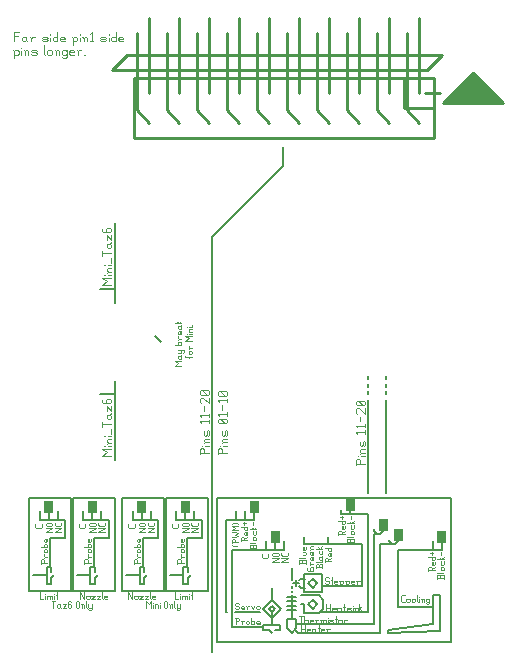
<source format=gbr>
G04 start of page 10 for group -4079 idx -4079 *
G04 Title: (unknown), topsilk *
G04 Creator: pcb 4.2.0 *
G04 CreationDate: Mon Sep 28 04:23:24 2020 UTC *
G04 For: commonadmin *
G04 Format: Gerber/RS-274X *
G04 PCB-Dimensions (mil): 2000.00 2300.00 *
G04 PCB-Coordinate-Origin: lower left *
%MOIN*%
%FSLAX25Y25*%
%LNTOPSILK*%
%ADD52C,0.0021*%
%ADD51C,0.0022*%
%ADD50C,0.0038*%
%ADD49C,0.0030*%
%ADD48C,0.0027*%
%ADD47C,0.0022*%
%ADD46C,0.0026*%
%ADD45C,0.0021*%
%ADD44C,0.0060*%
%ADD43C,0.0100*%
%ADD42C,0.0001*%
G54D42*G36*
X110500Y50000D02*Y54000D01*
X113500D01*
Y50000D01*
X110500D01*
G37*
G36*
X103500Y60000D02*Y64000D01*
X106500D01*
Y60000D01*
X103500D01*
G37*
G36*
X49500D02*Y64000D01*
X52500D01*
Y60000D01*
X49500D01*
G37*
G36*
X66000D02*Y64000D01*
X69000D01*
Y60000D01*
X66000D01*
G37*
G36*
X80500D02*Y64000D01*
X83500D01*
Y60000D01*
X80500D01*
G37*
G36*
X166000Y50000D02*Y54000D01*
X169000D01*
Y50000D01*
X166000D01*
G37*
G36*
X151500Y50500D02*Y54500D01*
X154500D01*
Y50500D01*
X151500D01*
G37*
G36*
X146500Y54000D02*Y58000D01*
X149500D01*
Y54000D01*
X146500D01*
G37*
G36*
X135500Y60500D02*Y64500D01*
X138500D01*
Y60500D01*
X135500D01*
G37*
G36*
X35000Y60000D02*Y64000D01*
X38000D01*
Y60000D01*
X35000D01*
G37*
G36*
X168000Y196500D02*X178000Y206500D01*
X188000Y196500D01*
X168000D01*
G37*
G54D43*X130000Y190000D02*X125750Y194250D01*
Y220000D01*
X120000Y200000D02*Y225000D01*
X115750Y194250D02*Y220000D01*
X110000Y200000D02*Y225000D01*
X120000Y190000D02*X115750Y194250D01*
X110000Y190000D02*X105750Y194250D01*
X100000Y190000D02*X95750Y194250D01*
G54D44*X114500Y182000D02*Y175500D01*
X91000Y152000D01*
G54D43*X145750Y194250D02*Y220000D01*
X140000Y200000D02*Y225000D01*
X135750Y194250D02*Y220000D01*
X130000Y200000D02*Y225000D01*
X160000Y200000D02*Y225000D01*
X155750Y194250D02*Y220000D01*
X150000Y200000D02*Y225000D01*
X167500Y212500D02*X162500Y207500D01*
X167000Y200000D02*X162000D01*
G54D44*X143000Y99500D02*Y100500D01*
X149000Y99500D02*Y100500D01*
Y102000D02*Y103000D01*
Y104500D02*Y105500D01*
X143000Y102000D02*Y103000D01*
Y66500D02*Y97500D01*
X149000Y66500D02*Y97500D01*
X143000Y104500D02*Y105500D01*
G54D43*X90000Y190000D02*X85750Y194250D01*
X80000Y190000D02*X75750Y194250D01*
G54D44*X91000Y152000D02*Y13500D01*
G54D43*X90000Y200000D02*Y225000D01*
X85750Y194250D02*Y220000D01*
X80000Y200000D02*Y225000D01*
X75750Y194250D02*Y220000D01*
X70000Y200000D02*Y225000D01*
Y190000D02*X65750Y194250D01*
Y220000D01*
X62500Y212500D02*X57500Y207500D01*
G54D44*X72000Y119000D02*X74000Y117000D01*
X53500Y134500D02*X58500D01*
Y99500D02*X53500D01*
X58500Y77500D02*Y104000D01*
Y156500D02*Y130000D01*
G54D43*X105750Y194250D02*Y220000D01*
X100000Y200000D02*Y225000D01*
X95750Y194250D02*Y220000D01*
X57500Y207500D02*X162500D01*
X167500Y212500D02*X62500D01*
X160000Y190000D02*X155750Y194250D01*
X150000Y190000D02*X145750Y194250D01*
X140000Y190000D02*X135750Y194250D01*
X168000Y196500D02*X178000Y206500D01*
X188000Y196500D01*
X168000D01*
G54D45*X69000Y30470D02*Y28350D01*
Y30470D02*X69795Y29410D01*
X70590Y30470D01*
Y28350D01*
G54D46*X71226Y29940D02*Y29887D01*
G54D45*Y29145D02*Y28350D01*
X72021Y29145D02*Y28350D01*
Y29145D02*X72286Y29410D01*
X72551D01*
X72816Y29145D01*
Y28350D01*
X71756Y29410D02*X72021Y29145D01*
G54D46*X73452Y29940D02*Y29887D01*
G54D45*Y29145D02*Y28350D01*
X74936Y30205D02*Y28615D01*
Y30205D02*X75201Y30470D01*
X75731D01*
X75996Y30205D01*
Y28615D01*
X75731Y28350D02*X75996Y28615D01*
X75201Y28350D02*X75731D01*
X74936Y28615D02*X75201Y28350D01*
X76897Y29145D02*Y28350D01*
Y29145D02*X77162Y29410D01*
X77427D01*
X77692Y29145D01*
Y28350D01*
X76632Y29410D02*X76897Y29145D01*
X78328Y30470D02*Y28615D01*
X78593Y28350D01*
X79123Y29410D02*Y28615D01*
X79388Y28350D01*
X80183Y29410D02*Y27820D01*
X79918Y27555D02*X80183Y27820D01*
X79388Y27555D02*X79918D01*
X79123Y27820D02*X79388Y27555D01*
Y28350D02*X79918D01*
X80183Y28615D01*
G54D47*X78500Y33460D02*Y31300D01*
X79580D01*
G54D48*X80228Y32920D02*Y32866D01*
G54D47*Y32110D02*Y31300D01*
X81038Y32110D02*Y31300D01*
Y32110D02*X81308Y32380D01*
X81578D01*
X81848Y32110D01*
Y31300D01*
Y32110D02*X82118Y32380D01*
X82388D01*
X82658Y32110D01*
Y31300D01*
X80768Y32380D02*X81038Y32110D01*
G54D48*X83306Y32920D02*Y32866D01*
G54D47*Y32110D02*Y31300D01*
X84116Y33460D02*Y31570D01*
X84386Y31300D01*
X83846Y32650D02*X84386D01*
X63000Y33460D02*Y31300D01*
Y33460D02*X64350Y31300D01*
Y33460D02*Y31300D01*
X64998Y32110D02*Y31570D01*
Y32110D02*X65268Y32380D01*
X65808D01*
X66078Y32110D01*
Y31570D01*
X65808Y31300D02*X66078Y31570D01*
X65268Y31300D02*X65808D01*
X64998Y31570D02*X65268Y31300D01*
X66726Y32380D02*X67806D01*
X66726Y31300D02*X67806Y32380D01*
X66726Y31300D02*X67806D01*
X68454Y32380D02*X69534D01*
X68454Y31300D02*X69534Y32380D01*
X68454Y31300D02*X69534D01*
X70182Y33460D02*Y31570D01*
X70452Y31300D01*
X71262D02*X72072D01*
X70992Y31570D02*X71262Y31300D01*
X70992Y32110D02*Y31570D01*
Y32110D02*X71262Y32380D01*
X71802D01*
X72072Y32110D01*
X70992Y31840D02*X72072D01*
Y32110D02*Y31840D01*
G54D45*X37500Y30470D02*X38560D01*
X38030D02*Y28350D01*
X39991Y29410D02*X40256Y29145D01*
X39461Y29410D02*X39991D01*
X39196Y29145D02*X39461Y29410D01*
X39196Y29145D02*Y28615D01*
X39461Y28350D01*
X40256Y29410D02*Y28615D01*
X40521Y28350D01*
X39461D02*X39991D01*
X40256Y28615D01*
X41157Y29410D02*X42217D01*
X41157Y28350D02*X42217Y29410D01*
X41157Y28350D02*X42217D01*
X43648Y30470D02*X43913Y30205D01*
X43118Y30470D02*X43648D01*
X42853Y30205D02*X43118Y30470D01*
X42853Y30205D02*Y28615D01*
X43118Y28350D01*
X43648Y29516D02*X43913Y29251D01*
X42853Y29516D02*X43648D01*
X43118Y28350D02*X43648D01*
X43913Y28615D01*
Y29251D02*Y28615D01*
X45503Y30205D02*Y28615D01*
Y30205D02*X45768Y30470D01*
X46298D01*
X46563Y30205D01*
Y28615D01*
X46298Y28350D02*X46563Y28615D01*
X45768Y28350D02*X46298D01*
X45503Y28615D02*X45768Y28350D01*
X47464Y29145D02*Y28350D01*
Y29145D02*X47729Y29410D01*
X47994D01*
X48259Y29145D01*
Y28350D01*
X47199Y29410D02*X47464Y29145D01*
X48895Y30470D02*Y28615D01*
X49160Y28350D01*
X49690Y29410D02*Y28615D01*
X49955Y28350D01*
X50750Y29410D02*Y27820D01*
X50485Y27555D02*X50750Y27820D01*
X49955Y27555D02*X50485D01*
X49690Y27820D02*X49955Y27555D01*
Y28350D02*X50485D01*
X50750Y28615D01*
G54D47*X33500Y33460D02*Y31300D01*
X34580D01*
G54D48*X35228Y32920D02*Y32866D01*
G54D47*Y32110D02*Y31300D01*
X36038Y32110D02*Y31300D01*
Y32110D02*X36308Y32380D01*
X36578D01*
X36848Y32110D01*
Y31300D01*
Y32110D02*X37118Y32380D01*
X37388D01*
X37658Y32110D01*
Y31300D01*
X35768Y32380D02*X36038Y32110D01*
G54D48*X38306Y32920D02*Y32866D01*
G54D47*Y32110D02*Y31300D01*
X39116Y33460D02*Y31570D01*
X39386Y31300D01*
X38846Y32650D02*X39386D01*
X47000Y33460D02*Y31300D01*
Y33460D02*X48350Y31300D01*
Y33460D02*Y31300D01*
X48998Y32110D02*Y31570D01*
Y32110D02*X49268Y32380D01*
X49808D01*
X50078Y32110D01*
Y31570D01*
X49808Y31300D02*X50078Y31570D01*
X49268Y31300D02*X49808D01*
X48998Y31570D02*X49268Y31300D01*
X50726Y32380D02*X51806D01*
X50726Y31300D02*X51806Y32380D01*
X50726Y31300D02*X51806D01*
X52454Y32380D02*X53534D01*
X52454Y31300D02*X53534Y32380D01*
X52454Y31300D02*X53534D01*
X54182Y33460D02*Y31570D01*
X54452Y31300D01*
X55262D02*X56072D01*
X54992Y31570D02*X55262Y31300D01*
X54992Y32110D02*Y31570D01*
Y32110D02*X55262Y32380D01*
X55802D01*
X56072Y32110D01*
X54992Y31840D02*X56072D01*
Y32110D02*Y31840D01*
G54D49*X24885Y213805D02*Y211495D01*
X24500Y214190D02*X24885Y213805D01*
X25270Y214190D01*
X26040D01*
X26425Y213805D01*
Y213035D01*
X26040Y212650D02*X26425Y213035D01*
X25270Y212650D02*X26040D01*
X24885Y213035D02*X25270Y212650D01*
G54D50*X27349Y214960D02*Y214883D01*
G54D49*Y213805D02*Y212650D01*
X28504Y213805D02*Y212650D01*
Y213805D02*X28889Y214190D01*
X29274D01*
X29659Y213805D01*
Y212650D01*
X28119Y214190D02*X28504Y213805D01*
X30968Y212650D02*X32123D01*
X32508Y213035D01*
X32123Y213420D02*X32508Y213035D01*
X30968Y213420D02*X32123D01*
X30583Y213805D02*X30968Y213420D01*
X30583Y213805D02*X30968Y214190D01*
X32123D01*
X32508Y213805D01*
X30583Y213035D02*X30968Y212650D01*
X34818Y215730D02*Y213035D01*
X35203Y212650D01*
X35973Y213805D02*Y213035D01*
Y213805D02*X36358Y214190D01*
X37128D01*
X37513Y213805D01*
Y213035D01*
X37128Y212650D02*X37513Y213035D01*
X36358Y212650D02*X37128D01*
X35973Y213035D02*X36358Y212650D01*
X38822Y213805D02*Y212650D01*
Y213805D02*X39207Y214190D01*
X39592D01*
X39977Y213805D01*
Y212650D01*
X38437Y214190D02*X38822Y213805D01*
X42056Y214190D02*X42441Y213805D01*
X41286Y214190D02*X42056D01*
X40901Y213805D02*X41286Y214190D01*
X40901Y213805D02*Y213035D01*
X41286Y212650D01*
X42056D01*
X42441Y213035D01*
X40901Y211880D02*X41286Y211495D01*
X42056D01*
X42441Y211880D01*
Y214190D02*Y211880D01*
X43750Y212650D02*X44905D01*
X43365Y213035D02*X43750Y212650D01*
X43365Y213805D02*Y213035D01*
Y213805D02*X43750Y214190D01*
X44520D01*
X44905Y213805D01*
X43365Y213420D02*X44905D01*
Y213805D02*Y213420D01*
X46214Y213805D02*Y212650D01*
Y213805D02*X46599Y214190D01*
X47369D01*
X45829D02*X46214Y213805D01*
X48293Y212650D02*X48678D01*
X25000Y220230D02*Y217150D01*
Y220230D02*X26540D01*
X25000Y218844D02*X26155D01*
X28619Y218690D02*X29004Y218305D01*
X27849Y218690D02*X28619D01*
X27464Y218305D02*X27849Y218690D01*
X27464Y218305D02*Y217535D01*
X27849Y217150D01*
X29004Y218690D02*Y217535D01*
X29389Y217150D01*
X27849D02*X28619D01*
X29004Y217535D01*
X30698Y218305D02*Y217150D01*
Y218305D02*X31083Y218690D01*
X31853D01*
X30313D02*X30698Y218305D01*
X34548Y217150D02*X35703D01*
X36088Y217535D01*
X35703Y217920D02*X36088Y217535D01*
X34548Y217920D02*X35703D01*
X34163Y218305D02*X34548Y217920D01*
X34163Y218305D02*X34548Y218690D01*
X35703D01*
X36088Y218305D01*
X34163Y217535D02*X34548Y217150D01*
G54D50*X37012Y219460D02*Y219383D01*
G54D49*Y218305D02*Y217150D01*
X39322Y220230D02*Y217150D01*
X38937D02*X39322Y217535D01*
X38167Y217150D02*X38937D01*
X37782Y217535D02*X38167Y217150D01*
X37782Y218305D02*Y217535D01*
Y218305D02*X38167Y218690D01*
X38937D01*
X39322Y218305D01*
X40631Y217150D02*X41786D01*
X40246Y217535D02*X40631Y217150D01*
X40246Y218305D02*Y217535D01*
Y218305D02*X40631Y218690D01*
X41401D01*
X41786Y218305D01*
X40246Y217920D02*X41786D01*
Y218305D02*Y217920D01*
X44481Y218305D02*Y215995D01*
X44096Y218690D02*X44481Y218305D01*
X44866Y218690D01*
X45636D01*
X46021Y218305D01*
Y217535D01*
X45636Y217150D02*X46021Y217535D01*
X44866Y217150D02*X45636D01*
X44481Y217535D02*X44866Y217150D01*
G54D50*X46945Y219460D02*Y219383D01*
G54D49*Y218305D02*Y217150D01*
X48100Y218305D02*Y217150D01*
Y218305D02*X48485Y218690D01*
X48870D01*
X49255Y218305D01*
Y217150D01*
X47715Y218690D02*X48100Y218305D01*
X50179Y219614D02*X50795Y220230D01*
Y217150D01*
X50179D02*X51334D01*
X54029D02*X55184D01*
X55569Y217535D01*
X55184Y217920D02*X55569Y217535D01*
X54029Y217920D02*X55184D01*
X53644Y218305D02*X54029Y217920D01*
X53644Y218305D02*X54029Y218690D01*
X55184D01*
X55569Y218305D01*
X53644Y217535D02*X54029Y217150D01*
G54D50*X56493Y219460D02*Y219383D01*
G54D49*Y218305D02*Y217150D01*
X58803Y220230D02*Y217150D01*
X58418D02*X58803Y217535D01*
X57648Y217150D02*X58418D01*
X57263Y217535D02*X57648Y217150D01*
X57263Y218305D02*Y217535D01*
Y218305D02*X57648Y218690D01*
X58418D01*
X58803Y218305D01*
X60112Y217150D02*X61267D01*
X59727Y217535D02*X60112Y217150D01*
X59727Y218305D02*Y217535D01*
Y218305D02*X60112Y218690D01*
X60882D01*
X61267Y218305D01*
X59727Y217920D02*X61267D01*
Y218305D02*Y217920D01*
X54270Y136000D02*X57350D01*
X54270D02*X55810Y137155D01*
X54270Y138310D01*
X57350D01*
G54D50*X55040Y139234D02*X55117D01*
G54D49*X56195D02*X57350D01*
X56195Y140389D02*X57350D01*
X56195D02*X55810Y140774D01*
Y141159D02*Y140774D01*
Y141159D02*X56195Y141544D01*
X57350D01*
X55810Y140004D02*X56195Y140389D01*
G54D50*X55040Y142468D02*X55117D01*
G54D49*X56195D02*X57350D01*
Y144778D02*Y143238D01*
X54270Y147242D02*Y145702D01*
Y146472D02*X57350D01*
X55810Y149321D02*X56195Y149706D01*
X55810Y149321D02*Y148551D01*
X56195Y148166D02*X55810Y148551D01*
X56195Y148166D02*X56965D01*
X57350Y148551D01*
X55810Y149706D02*X56965D01*
X57350Y150091D01*
Y149321D02*Y148551D01*
Y149321D02*X56965Y149706D01*
X55810Y152555D02*Y151015D01*
X57350D02*X55810Y152555D01*
X57350D02*Y151015D01*
X54270Y154634D02*X54655Y155019D01*
X54270Y154634D02*Y153864D01*
X54655Y153479D02*X54270Y153864D01*
X54655Y153479D02*X56965D01*
X57350Y153864D01*
X55656Y154634D02*X56041Y155019D01*
X55656Y154634D02*Y153479D01*
X57350Y154634D02*Y153864D01*
Y154634D02*X56965Y155019D01*
X56041D02*X56965D01*
X54270Y79000D02*X57350D01*
X54270D02*X55810Y80155D01*
X54270Y81310D01*
X57350D01*
G54D50*X55040Y82234D02*X55117D01*
G54D49*X56195D02*X57350D01*
X56195Y83389D02*X57350D01*
X56195D02*X55810Y83774D01*
Y84159D02*Y83774D01*
Y84159D02*X56195Y84544D01*
X57350D01*
X55810Y83004D02*X56195Y83389D01*
G54D50*X55040Y85468D02*X55117D01*
G54D49*X56195D02*X57350D01*
Y87778D02*Y86238D01*
X54270Y90242D02*Y88702D01*
Y89472D02*X57350D01*
X55810Y92321D02*X56195Y92706D01*
X55810Y92321D02*Y91551D01*
X56195Y91166D02*X55810Y91551D01*
X56195Y91166D02*X56965D01*
X57350Y91551D01*
X55810Y92706D02*X56965D01*
X57350Y93091D01*
Y92321D02*Y91551D01*
Y92321D02*X56965Y92706D01*
X55810Y95555D02*Y94015D01*
X57350D02*X55810Y95555D01*
X57350D02*Y94015D01*
X54270Y97634D02*X54655Y98019D01*
X54270Y97634D02*Y96864D01*
X54655Y96479D02*X54270Y96864D01*
X54655Y96479D02*X56965D01*
X57350Y96864D01*
X55656Y97634D02*X56041Y98019D01*
X55656Y97634D02*Y96479D01*
X57350Y97634D02*Y96864D01*
Y97634D02*X56965Y98019D01*
X56041D02*X56965D01*
X138770Y76385D02*X141850D01*
X138770Y77540D02*Y76000D01*
Y77540D02*X139155Y77925D01*
X139925D01*
X140310Y77540D02*X139925Y77925D01*
X140310Y77540D02*Y76385D01*
G54D50*X139540Y78849D02*X139617D01*
G54D49*X140695D02*X141850D01*
X140695Y80004D02*X141850D01*
X140695D02*X140310Y80389D01*
Y80774D02*Y80389D01*
Y80774D02*X140695Y81159D01*
X141850D01*
X140310Y79619D02*X140695Y80004D01*
X141850Y83623D02*Y82468D01*
Y83623D02*X141465Y84008D01*
X141080Y83623D02*X141465Y84008D01*
X141080Y83623D02*Y82468D01*
X140695Y82083D02*X141080Y82468D01*
X140695Y82083D02*X140310Y82468D01*
Y83623D02*Y82468D01*
Y83623D02*X140695Y84008D01*
X141465Y82083D02*X141850Y82468D01*
X139386Y86318D02*X138770Y86934D01*
X141850D01*
Y87473D02*Y86318D01*
X139386Y88397D02*X138770Y89013D01*
X141850D01*
Y89552D02*Y88397D01*
X140310Y92016D02*Y90476D01*
X139155Y92940D02*X138770Y93325D01*
Y94480D02*Y93325D01*
Y94480D02*X139155Y94865D01*
X139925D01*
X141850Y92940D02*X139925Y94865D01*
X141850D02*Y92940D01*
X141465Y95789D02*X141850Y96174D01*
X139155Y95789D02*X141465D01*
X139155D02*X138770Y96174D01*
Y96944D02*Y96174D01*
Y96944D02*X139155Y97329D01*
X141465D01*
X141850Y96944D02*X141465Y97329D01*
X141850Y96944D02*Y96174D01*
X141080Y95789D02*X139540Y97329D01*
X92770Y79885D02*X95850D01*
X92770Y81040D02*Y79500D01*
Y81040D02*X93155Y81425D01*
X93925D01*
X94310Y81040D02*X93925Y81425D01*
X94310Y81040D02*Y79885D01*
G54D50*X93540Y82349D02*X93617D01*
G54D49*X94695D02*X95850D01*
X94695Y83504D02*X95850D01*
X94695D02*X94310Y83889D01*
Y84274D02*Y83889D01*
Y84274D02*X94695Y84659D01*
X95850D01*
X94310Y83119D02*X94695Y83504D01*
X95850Y87123D02*Y85968D01*
Y87123D02*X95465Y87508D01*
X95080Y87123D02*X95465Y87508D01*
X95080Y87123D02*Y85968D01*
X94695Y85583D02*X95080Y85968D01*
X94695Y85583D02*X94310Y85968D01*
Y87123D02*Y85968D01*
Y87123D02*X94695Y87508D01*
X95465Y85583D02*X95850Y85968D01*
X95465Y89818D02*X95850Y90203D01*
X93155Y89818D02*X95465D01*
X93155D02*X92770Y90203D01*
Y90973D02*Y90203D01*
Y90973D02*X93155Y91358D01*
X95465D01*
X95850Y90973D02*X95465Y91358D01*
X95850Y90973D02*Y90203D01*
X95080Y89818D02*X93540Y91358D01*
X93386Y92282D02*X92770Y92898D01*
X95850D01*
Y93437D02*Y92282D01*
X94310Y95901D02*Y94361D01*
X93386Y96825D02*X92770Y97441D01*
X95850D01*
Y97980D02*Y96825D01*
X95465Y98904D02*X95850Y99289D01*
X93155Y98904D02*X95465D01*
X93155D02*X92770Y99289D01*
Y100059D02*Y99289D01*
Y100059D02*X93155Y100444D01*
X95465D01*
X95850Y100059D02*X95465Y100444D01*
X95850Y100059D02*Y99289D01*
X95080Y98904D02*X93540Y100444D01*
G54D47*X78540Y109000D02*X80700D01*
X78540D02*X79620Y109810D01*
X78540Y110620D01*
X80700D01*
X79620Y112078D02*X79890Y112348D01*
X79620Y112078D02*Y111538D01*
X79890Y111268D02*X79620Y111538D01*
X79890Y111268D02*X80430D01*
X80700Y111538D01*
X79620Y112348D02*X80430D01*
X80700Y112618D01*
Y112078D02*Y111538D01*
Y112078D02*X80430Y112348D01*
X79620Y113266D02*X80430D01*
X80700Y113536D01*
X79620Y114346D02*X81240D01*
X81510Y114076D02*X81240Y114346D01*
X81510Y114076D02*Y113536D01*
X81240Y113266D02*X81510Y113536D01*
X80700Y114076D02*Y113536D01*
Y114076D02*X80430Y114346D01*
X78540Y115966D02*X80700D01*
X80430D02*X80700Y116236D01*
Y116776D02*Y116236D01*
Y116776D02*X80430Y117046D01*
X79890D02*X80430D01*
X79620Y116776D02*X79890Y117046D01*
X79620Y116776D02*Y116236D01*
X79890Y115966D02*X79620Y116236D01*
X79890Y117964D02*X80700D01*
X79890D02*X79620Y118234D01*
Y118774D02*Y118234D01*
Y117694D02*X79890Y117964D01*
X80700Y120502D02*Y119692D01*
X80430Y119422D02*X80700Y119692D01*
X79890Y119422D02*X80430D01*
X79890D02*X79620Y119692D01*
Y120232D02*Y119692D01*
Y120232D02*X79890Y120502D01*
X80160D02*Y119422D01*
X79890Y120502D02*X80160D01*
X79620Y121960D02*X79890Y122230D01*
X79620Y121960D02*Y121420D01*
X79890Y121150D02*X79620Y121420D01*
X79890Y121150D02*X80430D01*
X80700Y121420D01*
X79620Y122230D02*X80430D01*
X80700Y122500D01*
Y121960D02*Y121420D01*
Y121960D02*X80430Y122230D01*
X78540Y123148D02*X80700D01*
X79890D02*X80700Y123958D01*
X79890Y123148D02*X79350Y123688D01*
X82310Y111770D02*X84200D01*
X82310D02*X82040Y112040D01*
Y112310D02*Y112040D01*
X83120D02*Y111500D01*
X83390Y112850D02*X83930D01*
X83390D02*X83120Y113120D01*
Y113660D02*Y113120D01*
Y113660D02*X83390Y113930D01*
X83930D01*
X84200Y113660D02*X83930Y113930D01*
X84200Y113660D02*Y113120D01*
X83930Y112850D02*X84200Y113120D01*
X83390Y114848D02*X84200D01*
X83390D02*X83120Y115118D01*
Y115658D02*Y115118D01*
Y114578D02*X83390Y114848D01*
X82040Y117278D02*X84200D01*
X82040D02*X83120Y118088D01*
X82040Y118898D01*
X84200D01*
G54D48*X82580Y119546D02*X82634D01*
G54D47*X83390D02*X84200D01*
X83390Y120356D02*X84200D01*
X83390D02*X83120Y120626D01*
Y120896D02*Y120626D01*
Y120896D02*X83390Y121166D01*
X84200D01*
X83120Y120086D02*X83390Y120356D01*
G54D48*X82580Y121814D02*X82634D01*
G54D47*X83390D02*X84200D01*
Y122624D02*Y122354D01*
G54D49*X86770Y79885D02*X89850D01*
X86770Y81040D02*Y79500D01*
Y81040D02*X87155Y81425D01*
X87925D01*
X88310Y81040D02*X87925Y81425D01*
X88310Y81040D02*Y79885D01*
G54D50*X87540Y82349D02*X87617D01*
G54D49*X88695D02*X89850D01*
X88695Y83504D02*X89850D01*
X88695D02*X88310Y83889D01*
Y84274D02*Y83889D01*
Y84274D02*X88695Y84659D01*
X89850D01*
X88310Y83119D02*X88695Y83504D01*
X89850Y87123D02*Y85968D01*
Y87123D02*X89465Y87508D01*
X89080Y87123D02*X89465Y87508D01*
X89080Y87123D02*Y85968D01*
X88695Y85583D02*X89080Y85968D01*
X88695Y85583D02*X88310Y85968D01*
Y87123D02*Y85968D01*
Y87123D02*X88695Y87508D01*
X89465Y85583D02*X89850Y85968D01*
X87386Y89818D02*X86770Y90434D01*
X89850D01*
Y90973D02*Y89818D01*
X87386Y91897D02*X86770Y92513D01*
X89850D01*
Y93052D02*Y91897D01*
X88310Y95516D02*Y93976D01*
X87155Y96440D02*X86770Y96825D01*
Y97980D02*Y96825D01*
Y97980D02*X87155Y98365D01*
X87925D01*
X89850Y96440D02*X87925Y98365D01*
X89850D02*Y96440D01*
X89465Y99289D02*X89850Y99674D01*
X87155Y99289D02*X89465D01*
X87155D02*X86770Y99674D01*
Y100444D02*Y99674D01*
Y100444D02*X87155Y100829D01*
X89465D01*
X89850Y100444D02*X89465Y100829D01*
X89850Y100444D02*Y99674D01*
X89080Y99289D02*X87540Y100829D01*
G54D44*X95500Y57500D02*Y27000D01*
X108000Y28000D02*X111000Y31000D01*
X98500Y27000D02*X107000D01*
X111000Y35000D02*Y31000D01*
X112000Y50500D02*Y47500D01*
X109000Y50500D02*Y47500D01*
X97500D02*Y22000D01*
X92500Y65000D02*Y17000D01*
X97500Y22000D02*X108000D01*
Y22500D02*X113500D01*
X108000D02*Y21000D01*
X112000D02*X113500D01*
X110000D02*X111000Y20000D01*
X108000Y21000D02*X110000D01*
X95500Y27000D02*X96000D01*
X111000D02*X112000Y28000D01*
X111000Y29000D02*X112000Y28000D01*
X110000D02*X111000Y29000D01*
X110000Y28000D02*X111000Y27000D01*
X108000Y28000D02*X111000Y25000D01*
X97500Y47500D02*X112500D01*
X102000Y60500D02*Y57500D01*
X105000Y60500D02*Y57500D01*
X95500D01*
X99000Y60500D02*Y57500D01*
X134000Y61000D02*Y59500D01*
X137000Y61000D02*Y59500D01*
X134000D02*X135500D01*
X137000Y61000D02*Y60500D01*
X134000Y61000D02*Y60500D01*
X135000Y59500D02*X143000D01*
X121500Y49500D02*X141000D01*
X129500Y52000D02*Y49500D01*
X121500Y52000D02*Y49500D01*
X127000Y50000D02*Y49500D01*
X124000Y50000D02*Y49500D01*
X145000Y53000D02*Y23000D01*
X143000Y59500D02*Y27000D01*
X141000Y49500D02*Y35500D01*
X148000Y54500D02*Y54000D01*
X147000Y53000D02*X148000Y54000D01*
X147000Y49500D02*Y47000D01*
Y47500D02*Y20000D01*
Y49500D02*X152000D01*
X153000Y51000D02*Y50500D01*
X152000Y49500D02*X153000Y50500D01*
X149999D02*X151000Y49500D01*
X149999Y51000D02*Y50500D01*
X145000Y53000D02*X147000D01*
X145000Y54000D02*X146000Y53000D01*
X145000Y54500D02*Y54000D01*
X167500Y50500D02*Y47500D01*
X153000D02*X167500D01*
X164500Y50500D02*Y47500D01*
X153000D02*Y28500D01*
X164500D01*
Y32500D02*Y23000D01*
X167000Y32500D02*Y20500D01*
X164500Y32500D02*X167000D01*
X149499Y21000D02*X164500Y23000D01*
X149499Y21000D02*Y20000D01*
X167000Y20500D01*
X127500Y35500D02*X141000D01*
X119500Y20000D02*X147000D01*
X119000Y23000D02*X145000D01*
X127000Y27000D02*X143000D01*
X121500Y26500D02*X126500D01*
X119000Y24500D02*Y21500D01*
X118500Y21000D02*X119500Y20000D01*
X116000Y24500D02*X119000D01*
X116000D02*Y21500D01*
X117500Y20000D02*X119000Y21500D01*
X116000D02*X117500Y20000D01*
Y41500D02*Y37500D01*
Y34000D02*Y33500D01*
Y35500D02*Y35000D01*
X116000Y32000D02*X119000D01*
X120000Y35500D02*X120499Y35000D01*
X122000D01*
X120000Y37500D02*X120499Y38000D01*
X122000D01*
X119000Y37500D02*Y35500D01*
X118000Y36500D02*X120000D01*
X116000Y30500D02*X119000D01*
X116000Y29000D02*X119000D01*
X116000Y27500D02*X119000D01*
X117500Y32500D02*Y24500D01*
X121500Y39500D02*Y33500D01*
X127500D01*
X120499Y32500D02*X126500D01*
X128000Y31000D01*
X120499Y29500D02*X121500D01*
Y26500D01*
Y39500D02*X127500D01*
Y33500D01*
X123000Y36500D02*X124500Y35000D01*
X126000Y36500D01*
X124500Y38000D02*X126000Y36500D01*
X123000D02*X124500Y38000D01*
X126500Y26500D02*X128000Y28000D01*
Y31000D02*Y28000D01*
X124500Y31000D02*X126000Y29500D01*
X123000D02*X124500Y31000D01*
X123000Y29500D02*X124500Y28000D01*
X126000Y29500D01*
X111000Y27000D02*Y22500D01*
X113500D02*Y21000D01*
X92500Y65000D02*X170500D01*
Y17000D01*
X92500D02*X170500D01*
X111000Y25000D02*X114000Y28000D01*
X111000Y31000D02*X114000Y28000D01*
X115000Y50500D02*Y47500D01*
X108500D02*X115000D01*
G54D51*X122200Y44080D02*Y43000D01*
X121930Y44349D02*X122200Y44080D01*
X121282Y44349D02*X121930D01*
X121012Y44080D02*X121282Y44349D01*
X121012Y44080D02*Y43270D01*
X120040D02*X122200D01*
X120040Y44080D02*Y43000D01*
Y44080D02*X120310Y44349D01*
X120742D01*
X121012Y44080D01*
X120040Y44998D02*X121930D01*
X122200Y45268D01*
X121120Y45808D02*X121930D01*
X122200Y46078D01*
Y46618D02*Y46078D01*
X121930Y46888D02*X122200Y46618D01*
X121120Y46888D02*X121930D01*
X122200Y48616D02*Y47806D01*
X121930Y47535D02*X122200Y47806D01*
X121390Y47535D02*X121930D01*
X121120Y47806D02*X121390Y47535D01*
X121120Y48345D02*Y47806D01*
Y48345D02*X121390Y48616D01*
X121659D02*Y47535D01*
X121390Y48616D02*X121659D01*
X114040Y43500D02*X116200D01*
X114040D02*X116200Y44850D01*
X114040D02*X116200D01*
Y46578D02*Y45875D01*
X115822Y45498D02*X116200Y45875D01*
X114418Y45498D02*X115822D01*
X114040Y45875D02*X114418Y45498D01*
X114040Y46578D02*Y45875D01*
G54D52*X109650Y46060D02*Y45370D01*
X109279Y45000D02*X109650Y45370D01*
X107901Y45000D02*X109279D01*
X107530Y45370D02*X107901Y45000D01*
X107530Y46060D02*Y45370D01*
X111030Y43500D02*X113150D01*
X111030D02*X113150Y44825D01*
X111030D02*X113150D01*
X111295Y45461D02*X112885D01*
X111030Y45725D02*X111295Y45461D01*
X111030Y46256D02*Y45725D01*
Y46256D02*X111295Y46521D01*
X112885D01*
X113150Y46256D01*
Y45725D01*
X112885Y45461D02*X113150Y45725D01*
G54D51*X99580Y29960D02*X99850Y29690D01*
X98770Y29960D02*X99580D01*
X98500Y29690D02*X98770Y29960D01*
X98500Y29690D02*Y29150D01*
X98770Y28880D01*
X99580D01*
X99850Y28610D01*
Y28070D01*
X99580Y27800D02*X99850Y28070D01*
X98770Y27800D02*X99580D01*
X98500Y28070D02*X98770Y27800D01*
X100768D02*X101578D01*
X100498Y28070D02*X100768Y27800D01*
X100498Y28610D02*Y28070D01*
Y28610D02*X100768Y28880D01*
X101308D01*
X101578Y28610D01*
X100498Y28339D02*X101578D01*
Y28610D02*Y28339D01*
X102496Y28610D02*Y27800D01*
Y28610D02*X102766Y28880D01*
X103306D01*
X102226D02*X102496Y28610D01*
X103954Y28880D02*X104494Y27800D01*
X105034Y28880D01*
X105682Y28610D02*Y28070D01*
Y28610D02*X105952Y28880D01*
X106492D01*
X106762Y28610D01*
Y28070D01*
X106492Y27800D02*X106762Y28070D01*
X105952Y27800D02*X106492D01*
X105682Y28070D02*X105952Y27800D01*
X129000Y29460D02*Y27300D01*
X130350Y29460D02*Y27300D01*
X129000Y28380D02*X130350D01*
X131268Y27300D02*X132078D01*
X130998Y27570D02*X131268Y27300D01*
X130998Y28109D02*Y27570D01*
Y28109D02*X131268Y28380D01*
X131808D01*
X132078Y28109D01*
X130998Y27840D02*X132078D01*
Y28109D02*Y27840D01*
X133536Y28380D02*X133806Y28109D01*
X132996Y28380D02*X133536D01*
X132726Y28109D02*X132996Y28380D01*
X132726Y28109D02*Y27570D01*
X132996Y27300D01*
X133806Y28380D02*Y27570D01*
X134076Y27300D01*
X132996D02*X133536D01*
X133806Y27570D01*
X134994Y29460D02*Y27570D01*
X135264Y27300D01*
X134724Y28650D02*X135264D01*
X136074Y27300D02*X136884D01*
X137154Y27570D01*
X136884Y27840D02*X137154Y27570D01*
X136074Y27840D02*X136884D01*
X135804Y28109D02*X136074Y27840D01*
X135804Y28109D02*X136074Y28380D01*
X136884D01*
X137154Y28109D01*
X135804Y27570D02*X136074Y27300D01*
G54D48*X137802Y28920D02*Y28866D01*
G54D51*Y28109D02*Y27300D01*
X138612Y28109D02*Y27300D01*
Y28109D02*X138882Y28380D01*
X139152D01*
X139422Y28109D01*
Y27300D01*
X138342Y28380D02*X138612Y28109D01*
X140070Y29460D02*Y27300D01*
Y28109D02*X140880Y27300D01*
X140070Y28109D02*X140610Y28650D01*
X98770Y24960D02*Y22800D01*
X98500Y24960D02*X99580D01*
X99850Y24690D01*
Y24150D01*
X99580Y23880D02*X99850Y24150D01*
X98770Y23880D02*X99580D01*
X100768Y23610D02*Y22800D01*
Y23610D02*X101038Y23880D01*
X101578D01*
X100498D02*X100768Y23610D01*
X102226D02*Y23070D01*
Y23610D02*X102496Y23880D01*
X103036D01*
X103306Y23610D01*
Y23070D01*
X103036Y22800D02*X103306Y23070D01*
X102496Y22800D02*X103036D01*
X102226Y23070D02*X102496Y22800D01*
X103954Y24960D02*Y22800D01*
Y23070D02*X104224Y22800D01*
X104764D01*
X105034Y23070D01*
Y23610D02*Y23070D01*
X104764Y23880D02*X105034Y23610D01*
X104224Y23880D02*X104764D01*
X103954Y23610D02*X104224Y23880D01*
X105952Y22800D02*X106762D01*
X105682Y23070D02*X105952Y22800D01*
X105682Y23610D02*Y23070D01*
Y23610D02*X105952Y23880D01*
X106492D01*
X106762Y23610D01*
X105682Y23340D02*X106762D01*
Y23610D02*Y23340D01*
X120000Y25460D02*X121080D01*
X120540D02*Y23300D01*
X121728Y25460D02*Y23300D01*
Y24110D02*X121998Y24380D01*
X122538D01*
X122808Y24110D01*
Y23300D01*
X123726D02*X124536D01*
X123456Y23569D02*X123726Y23300D01*
X123456Y24110D02*Y23569D01*
Y24110D02*X123726Y24380D01*
X124266D01*
X124536Y24110D01*
X123456Y23840D02*X124536D01*
Y24110D02*Y23840D01*
X125454Y24110D02*Y23300D01*
Y24110D02*X125724Y24380D01*
X126264D01*
X125184D02*X125454Y24110D01*
X127182D02*Y23300D01*
Y24110D02*X127452Y24380D01*
X127722D01*
X127992Y24110D01*
Y23300D01*
Y24110D02*X128262Y24380D01*
X128532D01*
X128802Y24110D01*
Y23300D01*
X126912Y24380D02*X127182Y24110D01*
G54D48*X129450Y24920D02*Y24866D01*
G54D51*Y24110D02*Y23300D01*
X130260D02*X131070D01*
X131340Y23569D01*
X131070Y23840D02*X131340Y23569D01*
X130260Y23840D02*X131070D01*
X129990Y24110D02*X130260Y23840D01*
X129990Y24110D02*X130260Y24380D01*
X131070D01*
X131340Y24110D01*
X129990Y23569D02*X130260Y23300D01*
X132258Y25460D02*Y23569D01*
X132528Y23300D01*
X131988Y24650D02*X132528D01*
X133068Y24110D02*Y23569D01*
Y24110D02*X133338Y24380D01*
X133878D01*
X134148Y24110D01*
Y23569D01*
X133878Y23300D02*X134148Y23569D01*
X133338Y23300D02*X133878D01*
X133068Y23569D02*X133338Y23300D01*
X135066Y24110D02*Y23300D01*
Y24110D02*X135336Y24380D01*
X135876D01*
X134796D02*X135066Y24110D01*
X120499Y22459D02*Y20300D01*
X121850Y22459D02*Y20300D01*
X120499Y21380D02*X121850D01*
X122768Y20300D02*X123578D01*
X122497Y20570D02*X122768Y20300D01*
X122497Y21110D02*Y20570D01*
Y21110D02*X122768Y21380D01*
X123308D01*
X123578Y21110D01*
X122497Y20840D02*X123578D01*
Y21110D02*Y20840D01*
X125036Y21380D02*X125306Y21110D01*
X124496Y21380D02*X125036D01*
X124226Y21110D02*X124496Y21380D01*
X124226Y21110D02*Y20570D01*
X124496Y20300D01*
X125306Y21380D02*Y20570D01*
X125576Y20300D01*
X124496D02*X125036D01*
X125306Y20570D01*
X126494Y22459D02*Y20570D01*
X126764Y20300D01*
X126224Y21650D02*X126764D01*
X127574Y20300D02*X128384D01*
X127304Y20570D02*X127574Y20300D01*
X127304Y21110D02*Y20570D01*
Y21110D02*X127574Y21380D01*
X128114D01*
X128384Y21110D01*
X127304Y20840D02*X128384D01*
Y21110D02*Y20840D01*
X129302Y21110D02*Y20300D01*
Y21110D02*X129572Y21380D01*
X130112D01*
X129032D02*X129302Y21110D01*
X100540Y51580D02*Y50500D01*
Y51580D02*X100810Y51850D01*
X101350D01*
X101620Y51580D01*
Y50770D01*
X100540D02*X102700D01*
X101620Y51202D02*X102700Y51850D01*
Y53578D02*Y52768D01*
X102430Y52498D02*X102700Y52768D01*
X101890Y52498D02*X102430D01*
X101620Y52768D02*X101890Y52498D01*
X101620Y53308D02*Y52768D01*
Y53308D02*X101890Y53578D01*
X102160D02*Y52498D01*
X101890Y53578D02*X102160D01*
X100540Y55306D02*X102700D01*
X102430D02*X102700Y55036D01*
Y54496D01*
X102430Y54226D02*X102700Y54496D01*
X101890Y54226D02*X102430D01*
X101620Y54496D02*X101890Y54226D01*
X101620Y55036D02*Y54496D01*
Y55036D02*X101890Y55306D01*
X101620Y57034D02*Y55954D01*
X101080Y56494D02*X102160D01*
G54D52*X105650Y49060D02*Y48000D01*
X105385Y49325D02*X105650Y49060D01*
X104749Y49325D02*X105385D01*
X104484Y49060D02*X104749Y49325D01*
X104484Y49060D02*Y48265D01*
X103530D02*X105650D01*
X103530Y49060D02*Y48000D01*
Y49060D02*X103795Y49325D01*
X104219D01*
X104484Y49060D01*
X103530Y49961D02*X105385D01*
X105650Y50226D01*
X104590Y51551D02*X104855Y51816D01*
X104590Y51551D02*Y51021D01*
X104855Y50756D01*
X105385D01*
X105650Y51021D01*
X104590Y51816D02*X105385D01*
X105650Y52081D01*
Y51551D02*Y51021D01*
X105385Y51816D02*X105650Y51551D01*
X104590Y53777D02*Y52982D01*
X104855Y52717D01*
X105385D01*
X105650Y52982D01*
Y53777D02*Y52982D01*
X103530Y54413D02*X105650D01*
X104855D02*X105650Y55208D01*
X104325Y54943D02*X104855Y54413D01*
X104590Y56904D02*Y55844D01*
X99385Y49000D02*X99650Y49265D01*
X97530D02*X97795Y49000D01*
X99385D01*
X97530Y50166D02*X99650D01*
X97530Y50961D02*Y49901D01*
Y50961D02*X97795Y51226D01*
X98325D01*
X98590Y50961D01*
Y50166D01*
X97530Y51862D02*X98590D01*
X99650Y52127D01*
X98590Y52657D02*X99650Y52127D01*
X98590Y52657D02*X99650Y53187D01*
X98590Y53452D02*X99650Y53187D01*
X97530Y53452D02*X98590D01*
X97530Y54088D02*X99650D01*
X97530D02*X98590Y54883D01*
X97530Y55678D02*X98590Y54883D01*
X97530Y55678D02*X99650D01*
X97530Y56314D02*X97795Y56579D01*
X99385D01*
X99650Y56314D01*
X138150Y51060D02*Y50000D01*
X137885Y51325D02*X138150Y51060D01*
X137249Y51325D02*X137885D01*
X136984Y51060D02*X137249Y51325D01*
X136984Y51060D02*Y50265D01*
X136030D02*X138150D01*
X136030Y51060D02*Y50000D01*
Y51060D02*X136295Y51325D01*
X136719D01*
X136984Y51060D01*
X136030Y51961D02*X137885D01*
X138150Y52226D01*
X137090Y53551D02*X137355Y53816D01*
X137090Y53551D02*Y53021D01*
X137355Y52756D01*
X137885D01*
X138150Y53021D01*
X137090Y53816D02*X137885D01*
X138150Y54081D01*
Y53551D02*Y53021D01*
X137885Y53816D02*X138150Y53551D01*
X137090Y55777D02*Y54982D01*
X137355Y54717D01*
X137885D01*
X138150Y54982D01*
Y55777D02*Y54982D01*
X136030Y56413D02*X138150D01*
X137355D02*X138150Y57208D01*
X136825Y56943D02*X137355Y56413D01*
X137090Y58904D02*Y57844D01*
G54D51*X133040Y53580D02*Y52500D01*
Y53580D02*X133310Y53850D01*
X133850D01*
X134120Y53580D01*
Y52770D01*
X133040D02*X135200D01*
X134120Y53202D02*X135200Y53850D01*
Y55578D02*Y54768D01*
X134930Y54498D02*X135200Y54768D01*
X134390Y54498D02*X134930D01*
X134120Y54768D02*X134390Y54498D01*
X134120Y55308D02*Y54768D01*
Y55308D02*X134390Y55578D01*
X134660D02*Y54498D01*
X134390Y55578D02*X134660D01*
X133040Y57306D02*X135200D01*
X134930D02*X135200Y57036D01*
Y56496D01*
X134930Y56226D02*X135200Y56496D01*
X134390Y56226D02*X134930D01*
X134120Y56496D02*X134390Y56226D01*
X134120Y57036D02*Y56496D01*
Y57036D02*X134390Y57306D01*
X134120Y59034D02*Y57954D01*
X133580Y58494D02*X134660D01*
X122540Y41579D02*X122810Y41850D01*
X122540Y41579D02*Y40769D01*
X122810Y40500D01*
X124429D01*
X124700Y40769D01*
Y41579D02*Y40769D01*
X124429Y41850D02*X124700Y41579D01*
X123890Y41850D02*X124429D01*
X123619Y41579D02*X123890Y41850D01*
X123619Y41579D02*Y41040D01*
X123890Y42767D02*X124700D01*
X123619Y43038D02*X123890Y42767D01*
X123619Y43577D02*Y43038D01*
Y42498D02*X123890Y42767D01*
X124700Y45306D02*Y44496D01*
X124429Y44226D02*X124700Y44496D01*
X123890Y44226D02*X124429D01*
X123619Y44496D02*X123890Y44226D01*
X123619Y45036D02*Y44496D01*
Y45036D02*X123890Y45306D01*
X124160D02*Y44226D01*
X123890Y45306D02*X124160D01*
X124700Y47034D02*Y46224D01*
X124429Y45953D02*X124700Y46224D01*
X123890Y45953D02*X124429D01*
X123619Y46224D02*X123890Y45953D01*
X123619Y46763D02*Y46224D01*
Y46763D02*X123890Y47034D01*
X124160D02*Y45953D01*
X123890Y47034D02*X124160D01*
X123890Y47951D02*X124700D01*
X123619Y48222D02*X123890Y47951D01*
X123619Y48492D02*Y48222D01*
Y48492D02*X123890Y48762D01*
X124700D01*
X123619Y47682D02*X123890Y47951D01*
X128540Y44580D02*Y43500D01*
Y44580D02*X128810Y44850D01*
X129350D01*
X129620Y44580D01*
Y43770D01*
X128540D02*X130700D01*
X129620Y44202D02*X130700Y44850D01*
Y46578D02*Y45768D01*
X130430Y45498D02*X130700Y45768D01*
X129890Y45498D02*X130430D01*
X129620Y45768D02*X129890Y45498D01*
X129620Y46308D02*Y45768D01*
Y46308D02*X129890Y46578D01*
X130160D02*Y45498D01*
X129890Y46578D02*X130160D01*
X128540Y48306D02*X130700D01*
X130430D02*X130700Y48036D01*
Y47496D01*
X130430Y47226D02*X130700Y47496D01*
X129890Y47226D02*X130430D01*
X129620Y47496D02*X129890Y47226D01*
X129620Y48036D02*Y47496D01*
Y48036D02*X129890Y48306D01*
X127700Y42580D02*Y41500D01*
X127430Y42850D02*X127700Y42580D01*
X126782Y42850D02*X127430D01*
X126512Y42580D02*X126782Y42850D01*
X126512Y42580D02*Y41770D01*
X125540D02*X127700D01*
X125540Y42580D02*Y41500D01*
Y42580D02*X125810Y42850D01*
X126242D01*
X126512Y42580D01*
X125540Y43498D02*X127430D01*
X127700Y43768D01*
X126620Y45118D02*X126890Y45387D01*
X126620Y45118D02*Y44578D01*
X126890Y44308D01*
X127430D01*
X127700Y44578D01*
X126620Y45387D02*X127430D01*
X127700Y45658D01*
Y45118D02*Y44578D01*
X127430Y45387D02*X127700Y45118D01*
X126620Y47385D02*Y46575D01*
X126890Y46306D01*
X127430D01*
X127700Y46575D01*
Y47385D02*Y46575D01*
X125540Y48034D02*X127700D01*
X126890D02*X127700Y48844D01*
X126350Y48574D02*X126890Y48034D01*
X129580Y38460D02*X129850Y38190D01*
X128770Y38460D02*X129580D01*
X128500Y38190D02*X128770Y38460D01*
X128500Y38190D02*Y37650D01*
X128770Y37380D01*
X129580D01*
X129850Y37110D01*
Y36570D01*
X129580Y36300D02*X129850Y36570D01*
X128770Y36300D02*X129580D01*
X128500Y36570D02*X128770Y36300D01*
X130768Y38460D02*Y36570D01*
X131038Y36300D01*
X130498Y37650D02*X131038D01*
X131848Y36300D02*X132658D01*
X131578Y36570D02*X131848Y36300D01*
X131578Y37110D02*Y36570D01*
Y37110D02*X131848Y37380D01*
X132388D01*
X132658Y37110D01*
X131578Y36840D02*X132658D01*
Y37110D02*Y36840D01*
X133576Y37110D02*Y35490D01*
X133306Y37380D02*X133576Y37110D01*
X133846Y37380D01*
X134386D01*
X134656Y37110D01*
Y36570D01*
X134386Y36300D02*X134656Y36570D01*
X133846Y36300D02*X134386D01*
X133576Y36570D02*X133846Y36300D01*
X135574Y37110D02*Y35490D01*
X135304Y37380D02*X135574Y37110D01*
X135844Y37380D01*
X136384D01*
X136654Y37110D01*
Y36570D01*
X136384Y36300D02*X136654Y36570D01*
X135844Y36300D02*X136384D01*
X135574Y36570D02*X135844Y36300D01*
X137572D02*X138382D01*
X137302Y36570D02*X137572Y36300D01*
X137302Y37110D02*Y36570D01*
Y37110D02*X137572Y37380D01*
X138112D01*
X138382Y37110D01*
X137302Y36840D02*X138382D01*
Y37110D02*Y36840D01*
X139300Y37110D02*Y36300D01*
Y37110D02*X139570Y37380D01*
X140110D01*
X139030D02*X139300Y37110D01*
G54D52*X168150Y39060D02*Y38000D01*
X167885Y39325D02*X168150Y39060D01*
X167249Y39325D02*X167885D01*
X166984Y39060D02*X167249Y39325D01*
X166984Y39060D02*Y38265D01*
X166030D02*X168150D01*
X166030Y39060D02*Y38000D01*
Y39060D02*X166295Y39325D01*
X166719D01*
X166984Y39060D01*
X166030Y39961D02*X167885D01*
X168150Y40226D01*
X167090Y41551D02*X167355Y41816D01*
X167090Y41551D02*Y41021D01*
X167355Y40756D01*
X167885D01*
X168150Y41021D01*
X167090Y41816D02*X167885D01*
X168150Y42081D01*
Y41551D02*Y41021D01*
X167885Y41816D02*X168150Y41551D01*
X167090Y43777D02*Y42982D01*
X167355Y42717D01*
X167885D01*
X168150Y42982D01*
Y43777D02*Y42982D01*
X166030Y44413D02*X168150D01*
X167355D02*X168150Y45208D01*
X166825Y44943D02*X167355Y44413D01*
X167090Y46904D02*Y45844D01*
G54D51*X163040Y41579D02*Y40500D01*
Y41579D02*X163310Y41850D01*
X163850D01*
X164120Y41579D01*
Y40769D01*
X163040D02*X165200D01*
X164120Y41202D02*X165200Y41850D01*
Y43577D02*Y42767D01*
X164930Y42498D02*X165200Y42767D01*
X164390Y42498D02*X164930D01*
X164120Y42767D02*X164390Y42498D01*
X164120Y43308D02*Y42767D01*
Y43308D02*X164390Y43577D01*
X164660D02*Y42498D01*
X164390Y43577D02*X164660D01*
X163040Y45306D02*X165200D01*
X164930D02*X165200Y45036D01*
Y44496D01*
X164930Y44226D02*X165200Y44496D01*
X164390Y44226D02*X164930D01*
X164120Y44496D02*X164390Y44226D01*
X164120Y45036D02*Y44496D01*
Y45036D02*X164390Y45306D01*
X164120Y47034D02*Y45953D01*
X163580Y46494D02*X164660D01*
X154378Y30300D02*X155080D01*
X154000Y30678D02*X154378Y30300D01*
X154000Y32082D02*Y30678D01*
Y32082D02*X154378Y32460D01*
X155080D01*
X155727Y31109D02*Y30570D01*
Y31109D02*X155998Y31380D01*
X156537D01*
X156808Y31109D01*
Y30570D01*
X156537Y30300D02*X156808Y30570D01*
X155998Y30300D02*X156537D01*
X155727Y30570D02*X155998Y30300D01*
X157456Y31109D02*Y30570D01*
Y31109D02*X157725Y31380D01*
X158266D01*
X158536Y31109D01*
Y30570D01*
X158266Y30300D02*X158536Y30570D01*
X157725Y30300D02*X158266D01*
X157456Y30570D02*X157725Y30300D01*
X159184Y32460D02*Y30570D01*
X159454Y30300D01*
G54D48*X159994Y31920D02*Y31866D01*
G54D51*Y31109D02*Y30300D01*
X160804Y31109D02*Y30300D01*
Y31109D02*X161074Y31380D01*
X161344D01*
X161614Y31109D01*
Y30300D01*
X160534Y31380D02*X160804Y31109D01*
X163072Y31380D02*X163342Y31109D01*
X162532Y31380D02*X163072D01*
X162262Y31109D02*X162532Y31380D01*
X162262Y31109D02*Y30570D01*
X162532Y30300D01*
X163072D01*
X163342Y30570D01*
X162262Y29760D02*X162532Y29490D01*
X163072D01*
X163342Y29760D01*
Y31380D02*Y29760D01*
G54D43*X65000Y205000D02*X165000D01*
X65000D02*Y185000D01*
X165000D01*
Y205000D02*Y185000D01*
X155000Y205000D02*Y195000D01*
X165000D01*
G54D44*X35800Y41800D02*Y36300D01*
X37300D01*
Y41800D02*Y40300D01*
Y38300D02*X38300Y39300D01*
X37300Y38300D02*Y36300D01*
X31300Y39300D02*X35800D01*
Y41800D02*X37300D01*
G54D51*X33840Y43318D02*X36000D01*
X33840Y44128D02*Y43048D01*
Y44128D02*X34110Y44398D01*
X34650D01*
X34920Y44128D02*X34650Y44398D01*
X34920Y44128D02*Y43318D01*
X35190Y45316D02*X36000D01*
X35190D02*X34920Y45586D01*
Y46126D02*Y45586D01*
Y45046D02*X35190Y45316D01*
Y46774D02*X35730D01*
X35190D02*X34920Y47044D01*
Y47584D02*Y47044D01*
Y47584D02*X35190Y47854D01*
X35730D01*
X36000Y47584D02*X35730Y47854D01*
X36000Y47584D02*Y47044D01*
X35730Y46774D02*X36000Y47044D01*
X33840Y48502D02*X36000D01*
X35730D02*X36000Y48772D01*
Y49312D02*Y48772D01*
Y49312D02*X35730Y49582D01*
X35190D02*X35730D01*
X34920Y49312D02*X35190Y49582D01*
X34920Y49312D02*Y48772D01*
X35190Y48502D02*X34920Y48772D01*
X36000Y51310D02*Y50500D01*
X35730Y50230D02*X36000Y50500D01*
X35190Y50230D02*X35730D01*
X35190D02*X34920Y50500D01*
Y51040D02*Y50500D01*
Y51040D02*X35190Y51310D01*
X35460D02*Y50230D01*
X35190Y51310D02*X35460D01*
G54D44*X37000Y51500D02*Y41800D01*
G54D52*X37385Y55461D02*X37650Y55725D01*
Y56256D02*Y55725D01*
X37385Y56521D02*X37650Y56256D01*
X35795Y56521D02*X37385D01*
X35530Y56256D02*X35795Y56521D01*
X35530Y56256D02*Y55725D01*
X35795Y55461D01*
X37385D01*
X35530Y54825D02*X37650D01*
X35530Y53500D02*X37650Y54825D01*
X35530Y53500D02*X37650D01*
X32030Y56060D02*Y55370D01*
X32401Y55000D01*
X33779D01*
X34150Y55370D01*
Y56060D02*Y55370D01*
G54D51*X38540Y56578D02*Y55875D01*
X38918Y55498D01*
X40322D01*
X40700Y55875D01*
Y56578D02*Y55875D01*
X38540Y54850D02*X40700D01*
X38540Y53500D02*X40700Y54850D01*
X38540Y53500D02*X40700D01*
G54D44*X39500Y60500D02*Y57500D01*
X33500Y60500D02*Y57500D01*
X36500Y60500D02*Y57500D01*
X33500D02*X42000D01*
Y51500D01*
X37000D02*X42000D01*
X30000Y34000D02*X44000D01*
Y65000D02*Y34000D01*
X30000Y65000D02*X44000D01*
X30000D02*Y34000D01*
X50300Y41800D02*Y36300D01*
X51800D01*
Y41800D02*Y40300D01*
Y38300D02*X52800Y39300D01*
X51800Y38300D02*Y36300D01*
X45800Y39300D02*X50300D01*
Y41800D02*X51800D01*
G54D51*X48340Y43318D02*X50500D01*
X48340Y44128D02*Y43048D01*
Y44128D02*X48610Y44398D01*
X49150D01*
X49420Y44128D02*X49150Y44398D01*
X49420Y44128D02*Y43318D01*
X49690Y45316D02*X50500D01*
X49690D02*X49420Y45586D01*
Y46126D02*Y45586D01*
Y45046D02*X49690Y45316D01*
Y46774D02*X50230D01*
X49690D02*X49420Y47044D01*
Y47584D02*Y47044D01*
Y47584D02*X49690Y47854D01*
X50230D01*
X50500Y47584D02*X50230Y47854D01*
X50500Y47584D02*Y47044D01*
X50230Y46774D02*X50500Y47044D01*
X48340Y48502D02*X50500D01*
X50230D02*X50500Y48772D01*
Y49312D02*Y48772D01*
Y49312D02*X50230Y49582D01*
X49690D02*X50230D01*
X49420Y49312D02*X49690Y49582D01*
X49420Y49312D02*Y48772D01*
X49690Y48502D02*X49420Y48772D01*
X50500Y51310D02*Y50500D01*
X50230Y50230D02*X50500Y50500D01*
X49690Y50230D02*X50230D01*
X49690D02*X49420Y50500D01*
Y51040D02*Y50500D01*
Y51040D02*X49690Y51310D01*
X49960D02*Y50230D01*
X49690Y51310D02*X49960D01*
G54D44*X51500Y51500D02*Y41800D01*
G54D52*X51885Y55461D02*X52150Y55725D01*
Y56256D02*Y55725D01*
X51885Y56521D02*X52150Y56256D01*
X50295Y56521D02*X51885D01*
X50030Y56256D02*X50295Y56521D01*
X50030Y56256D02*Y55725D01*
X50295Y55461D01*
X51885D01*
X50030Y54825D02*X52150D01*
X50030Y53500D02*X52150Y54825D01*
X50030Y53500D02*X52150D01*
X46530Y56060D02*Y55370D01*
X46901Y55000D01*
X48279D01*
X48650Y55370D01*
Y56060D02*Y55370D01*
G54D51*X53040Y56578D02*Y55875D01*
X53418Y55498D01*
X54822D01*
X55200Y55875D01*
Y56578D02*Y55875D01*
X53040Y54850D02*X55200D01*
X53040Y53500D02*X55200Y54850D01*
X53040Y53500D02*X55200D01*
G54D44*X54000Y60500D02*Y57500D01*
X48000Y60500D02*Y57500D01*
X51000Y60500D02*Y57500D01*
X48000D02*X56500D01*
Y51500D01*
X51500D02*X56500D01*
X44500Y34000D02*X58500D01*
Y65000D02*Y34000D01*
X44500Y65000D02*X58500D01*
X44500D02*Y34000D01*
X66800Y41800D02*Y36300D01*
X68300D01*
Y41800D02*Y40300D01*
Y38300D02*X69300Y39300D01*
X68300Y38300D02*Y36300D01*
X62300Y39300D02*X66800D01*
Y41800D02*X68300D01*
G54D51*X64840Y43318D02*X67000D01*
X64840Y44128D02*Y43048D01*
Y44128D02*X65110Y44398D01*
X65650D01*
X65920Y44128D02*X65650Y44398D01*
X65920Y44128D02*Y43318D01*
X66190Y45316D02*X67000D01*
X66190D02*X65920Y45586D01*
Y46126D02*Y45586D01*
Y45046D02*X66190Y45316D01*
Y46774D02*X66730D01*
X66190D02*X65920Y47044D01*
Y47584D02*Y47044D01*
Y47584D02*X66190Y47854D01*
X66730D01*
X67000Y47584D02*X66730Y47854D01*
X67000Y47584D02*Y47044D01*
X66730Y46774D02*X67000Y47044D01*
X64840Y48502D02*X67000D01*
X66730D02*X67000Y48772D01*
Y49312D02*Y48772D01*
Y49312D02*X66730Y49582D01*
X66190D02*X66730D01*
X65920Y49312D02*X66190Y49582D01*
X65920Y49312D02*Y48772D01*
X66190Y48502D02*X65920Y48772D01*
X67000Y51310D02*Y50500D01*
X66730Y50230D02*X67000Y50500D01*
X66190Y50230D02*X66730D01*
X66190D02*X65920Y50500D01*
Y51040D02*Y50500D01*
Y51040D02*X66190Y51310D01*
X66460D02*Y50230D01*
X66190Y51310D02*X66460D01*
G54D44*X68000Y51500D02*Y41800D01*
G54D52*X68385Y55461D02*X68650Y55725D01*
Y56256D02*Y55725D01*
X68385Y56521D02*X68650Y56256D01*
X66795Y56521D02*X68385D01*
X66530Y56256D02*X66795Y56521D01*
X66530Y56256D02*Y55725D01*
X66795Y55461D01*
X68385D01*
X66530Y54825D02*X68650D01*
X66530Y53500D02*X68650Y54825D01*
X66530Y53500D02*X68650D01*
X63030Y56060D02*Y55370D01*
X63401Y55000D01*
X64779D01*
X65150Y55370D01*
Y56060D02*Y55370D01*
G54D51*X69540Y56578D02*Y55875D01*
X69918Y55498D01*
X71322D01*
X71700Y55875D01*
Y56578D02*Y55875D01*
X69540Y54850D02*X71700D01*
X69540Y53500D02*X71700Y54850D01*
X69540Y53500D02*X71700D01*
G54D44*X70500Y60500D02*Y57500D01*
X64500Y60500D02*Y57500D01*
X67500Y60500D02*Y57500D01*
X64500D02*X73000D01*
Y51500D01*
X68000D02*X73000D01*
X61000Y34000D02*X75000D01*
Y65000D02*Y34000D01*
X61000Y65000D02*X75000D01*
X61000D02*Y34000D01*
X81300Y41800D02*Y36300D01*
X82800D01*
Y41800D02*Y40300D01*
Y38300D02*X83800Y39300D01*
X82800Y38300D02*Y36300D01*
X76800Y39300D02*X81300D01*
Y41800D02*X82800D01*
G54D51*X79340Y43318D02*X81500D01*
X79340Y44128D02*Y43048D01*
Y44128D02*X79610Y44398D01*
X80150D01*
X80420Y44128D02*X80150Y44398D01*
X80420Y44128D02*Y43318D01*
X80690Y45316D02*X81500D01*
X80690D02*X80420Y45586D01*
Y46126D02*Y45586D01*
Y45046D02*X80690Y45316D01*
Y46774D02*X81230D01*
X80690D02*X80420Y47044D01*
Y47584D02*Y47044D01*
Y47584D02*X80690Y47854D01*
X81230D01*
X81500Y47584D02*X81230Y47854D01*
X81500Y47584D02*Y47044D01*
X81230Y46774D02*X81500Y47044D01*
X79340Y48502D02*X81500D01*
X81230D02*X81500Y48772D01*
Y49312D02*Y48772D01*
Y49312D02*X81230Y49582D01*
X80690D02*X81230D01*
X80420Y49312D02*X80690Y49582D01*
X80420Y49312D02*Y48772D01*
X80690Y48502D02*X80420Y48772D01*
X81500Y51310D02*Y50500D01*
X81230Y50230D02*X81500Y50500D01*
X80690Y50230D02*X81230D01*
X80690D02*X80420Y50500D01*
Y51040D02*Y50500D01*
Y51040D02*X80690Y51310D01*
X80960D02*Y50230D01*
X80690Y51310D02*X80960D01*
G54D44*X82500Y51500D02*Y41800D01*
G54D52*X82885Y55461D02*X83150Y55725D01*
Y56256D02*Y55725D01*
X82885Y56521D02*X83150Y56256D01*
X81295Y56521D02*X82885D01*
X81030Y56256D02*X81295Y56521D01*
X81030Y56256D02*Y55725D01*
X81295Y55461D01*
X82885D01*
X81030Y54825D02*X83150D01*
X81030Y53500D02*X83150Y54825D01*
X81030Y53500D02*X83150D01*
X77530Y56060D02*Y55370D01*
X77901Y55000D01*
X79279D01*
X79650Y55370D01*
Y56060D02*Y55370D01*
G54D51*X84040Y56578D02*Y55875D01*
X84418Y55498D01*
X85822D01*
X86200Y55875D01*
Y56578D02*Y55875D01*
X84040Y54850D02*X86200D01*
X84040Y53500D02*X86200Y54850D01*
X84040Y53500D02*X86200D01*
G54D44*X85000Y60500D02*Y57500D01*
X79000Y60500D02*Y57500D01*
X82000Y60500D02*Y57500D01*
X79000D02*X87500D01*
Y51500D01*
X82500D02*X87500D01*
X75500Y34000D02*X89500D01*
Y65000D02*Y34000D01*
X75500Y65000D02*X89500D01*
X75500D02*Y34000D01*
M02*

</source>
